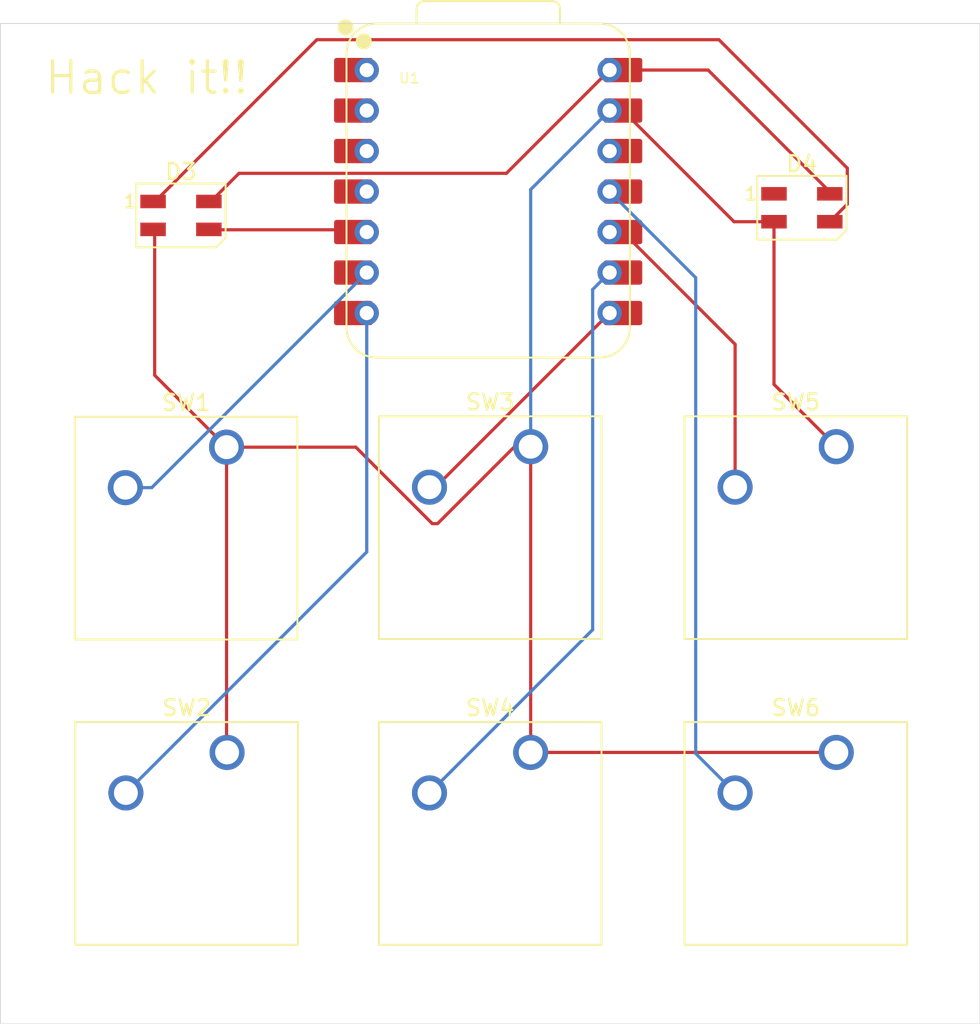
<source format=kicad_pcb>
(kicad_pcb (version 20241229) (generator "pcbnew") (generator_version "9.0")
  (layers (0 "F.Cu" signal) (2 "B.Cu" signal) (13 "F.Paste" user) (15 "B.Paste" user) (5 "F.SilkS" user "F.Silkscreen") (7 "B.SilkS" user "B.Silkscreen") (1 "F.Mask" user) (3 "B.Mask" user) (25 "Edge.Cuts" user))
  (net 0 "")
  (net 1 "Net-(D3-DOUT)")
  (net 2 "Net-(D3-DIN)")
  (net 3 "GND")
  (net 4 "+5V")
  (net 6 "Net-(U1-GPIO1{slash}RX)")
  (net 7 "Net-(U1-GPIO2{slash}SCK)")
  (net 8 "Net-(U1-GPIO4{slash}MISO)")
  (net 9 "Net-(U1-GPIO3{slash}MOSI)")
  (net 13 "Net-(U1-GPIO7{slash}SCL)")
  (net 14 "Net-(U1-GPIO0{slash}TX)")
  (footprint "Button_Switch_Keyboard:SW_Cherry_MX_1.00u_PCB" (layer "F.Cu") (at 174.117 97.536)
    (property "Reference" "SW6" (at -2.54 -2.794 0) (layer "F.SilkS"))
    (property "Value" "SW_Push")
    (fp_line (start -9.525 -1.905) (end 4.445 -1.905) (stroke (width 0.12)) (layer "F.SilkS"))
    (fp_line (start -9.525 12.065) (end -9.525 -1.905) (stroke (width 0.12)) (layer "F.SilkS"))
    (fp_line (start 4.445 -1.905) (end 4.445 12.065) (stroke (width 0.12)) (layer "F.SilkS"))
    (fp_line (start 4.445 12.065) (end -9.525 12.065) (stroke (width 0.12)) (layer "F.SilkS"))
    (pad "" np_thru_hole circle (at -7.62 5.08) (size 1.7 1.7) (drill 1.7) (layers "*.Cu" "*.Mask"))
    (pad "" np_thru_hole circle (at -2.54 5.08) (size 4 4) (drill 4) (layers "*.Cu" "*.Mask"))
    (pad "" np_thru_hole circle (at 2.54 5.08) (size 1.7 1.7) (drill 1.7) (layers "*.Cu" "*.Mask"))
    (pad "1" thru_hole circle (at 0 0) (size 2.2 2.2) (drill 1.5) (layers "*.Cu" "*.Mask") (net 3 "GND"))
    (pad "2" thru_hole circle (at -6.35 2.54) (size 2.2 2.2) (drill 1.5) (layers "*.Cu" "*.Mask") (net 9 "Net-(U1-GPIO3{slash}MOSI)"))
  )
  (footprint "LED_SMD:LED_SK6812MINI_PLCC4_3.5x3.5mm_P1.75mm" (layer "F.Cu") (at 132.997 63.855)
    (property "Reference" "D3" (at 0 -2.75 0) (layer "F.SilkS"))
    (property "Value" "SK6812MINI")
    (fp_line (start -2.8 -2) (end -2.8 2) (stroke (width 0.12)) (layer "F.SilkS"))
    (fp_line (start -2.8 -2) (end 2.8 -2) (stroke (width 0.12)) (layer "F.SilkS"))
    (fp_line (start -2.8 2) (end 2.2 2) (stroke (width 0.12)) (layer "F.SilkS"))
    (fp_line (start 2.8 1.4) (end 2.2 2) (stroke (width 0.12)) (layer "F.SilkS"))
    (fp_line (start 2.8 1.4) (end 2.8 -2) (stroke (width 0.12)) (layer "F.SilkS"))
    (fp_text user "1" (at -3.2 -0.875 0) (layer "F.SilkS") (effects (font (size 0.8 0.8))))
    (pad "1" smd rect (at -1.75 -0.875) (size 1.6 0.85) (layers "F.Cu" "F.Mask" "F.Paste") (net 1 "Net-(D3-DOUT)"))
    (pad "2" smd rect (at -1.75 0.875) (size 1.6 0.85) (layers "F.Cu" "F.Mask" "F.Paste") (net 3 "GND"))
    (pad "3" smd rect (at 1.75 0.875) (size 1.6 0.85) (layers "F.Cu" "F.Mask" "F.Paste") (net 2 "Net-(D3-DIN)"))
    (pad "4" smd rect (at 1.75 -0.875) (size 1.6 0.85) (layers "F.Cu" "F.Mask" "F.Paste") (net 4 "+5V"))
  )
  (footprint "Button_Switch_Keyboard:SW_Cherry_MX_1.00u_PCB" (layer "F.Cu") (at 135.858 78.3885)
    (property "Reference" "SW1" (at -2.54 -2.794 0) (layer "F.SilkS"))
    (property "Value" "SW_Push")
    (fp_line (start -9.525 -1.905) (end 4.445 -1.905) (stroke (width 0.12)) (layer "F.SilkS"))
    (fp_line (start -9.525 12.065) (end -9.525 -1.905) (stroke (width 0.12)) (layer "F.SilkS"))
    (fp_line (start 4.445 -1.905) (end 4.445 12.065) (stroke (width 0.12)) (layer "F.SilkS"))
    (fp_line (start 4.445 12.065) (end -9.525 12.065) (stroke (width 0.12)) (layer "F.SilkS"))
    (pad "" np_thru_hole circle (at -7.62 5.08) (size 1.7 1.7) (drill 1.7) (layers "*.Cu" "*.Mask"))
    (pad "" np_thru_hole circle (at -2.54 5.08) (size 4 4) (drill 4) (layers "*.Cu" "*.Mask"))
    (pad "" np_thru_hole circle (at 2.54 5.08) (size 1.7 1.7) (drill 1.7) (layers "*.Cu" "*.Mask"))
    (pad "1" thru_hole circle (at 0 0) (size 2.2 2.2) (drill 1.5) (layers "*.Cu" "*.Mask") (net 3 "GND"))
    (pad "2" thru_hole circle (at -6.35 2.54) (size 2.2 2.2) (drill 1.5) (layers "*.Cu" "*.Mask") (net 13 "Net-(U1-GPIO7{slash}SCL)"))
  )
  (footprint "Button_Switch_Keyboard:SW_Cherry_MX_1.00u_PCB" (layer "F.Cu") (at 154.94 97.536)
    (property "Reference" "SW4" (at -2.54 -2.794 0) (layer "F.SilkS"))
    (property "Value" "SW_Push")
    (fp_line (start -9.525 -1.905) (end 4.445 -1.905) (stroke (width 0.12)) (layer "F.SilkS"))
    (fp_line (start -9.525 12.065) (end -9.525 -1.905) (stroke (width 0.12)) (layer "F.SilkS"))
    (fp_line (start 4.445 -1.905) (end 4.445 12.065) (stroke (width 0.12)) (layer "F.SilkS"))
    (fp_line (start 4.445 12.065) (end -9.525 12.065) (stroke (width 0.12)) (layer "F.SilkS"))
    (pad "" np_thru_hole circle (at -7.62 5.08) (size 1.7 1.7) (drill 1.7) (layers "*.Cu" "*.Mask"))
    (pad "" np_thru_hole circle (at -2.54 5.08) (size 4 4) (drill 4) (layers "*.Cu" "*.Mask"))
    (pad "" np_thru_hole circle (at 2.54 5.08) (size 1.7 1.7) (drill 1.7) (layers "*.Cu" "*.Mask"))
    (pad "1" thru_hole circle (at 0 0) (size 2.2 2.2) (drill 1.5) (layers "*.Cu" "*.Mask") (net 3 "GND"))
    (pad "2" thru_hole circle (at -6.35 2.54) (size 2.2 2.2) (drill 1.5) (layers "*.Cu" "*.Mask") (net 7 "Net-(U1-GPIO2{slash}SCK)"))
  )
  (footprint "Button_Switch_Keyboard:SW_Cherry_MX_1.00u_PCB" (layer "F.Cu") (at 154.94 78.359)
    (property "Reference" "SW3" (at -2.54 -2.794 0) (layer "F.SilkS"))
    (property "Value" "SW_Push")
    (fp_line (start -9.525 -1.905) (end 4.445 -1.905) (stroke (width 0.12)) (layer "F.SilkS"))
    (fp_line (start -9.525 12.065) (end -9.525 -1.905) (stroke (width 0.12)) (layer "F.SilkS"))
    (fp_line (start 4.445 -1.905) (end 4.445 12.065) (stroke (width 0.12)) (layer "F.SilkS"))
    (fp_line (start 4.445 12.065) (end -9.525 12.065) (stroke (width 0.12)) (layer "F.SilkS"))
    (pad "" np_thru_hole circle (at -7.62 5.08) (size 1.7 1.7) (drill 1.7) (layers "*.Cu" "*.Mask"))
    (pad "" np_thru_hole circle (at -2.54 5.08) (size 4 4) (drill 4) (layers "*.Cu" "*.Mask"))
    (pad "" np_thru_hole circle (at 2.54 5.08) (size 1.7 1.7) (drill 1.7) (layers "*.Cu" "*.Mask"))
    (pad "1" thru_hole circle (at 0 0) (size 2.2 2.2) (drill 1.5) (layers "*.Cu" "*.Mask") (net 3 "GND"))
    (pad "2" thru_hole circle (at -6.35 2.54) (size 2.2 2.2) (drill 1.5) (layers "*.Cu" "*.Mask") (net 6 "Net-(U1-GPIO1{slash}RX)"))
  )
  (footprint "LED_SMD:LED_SK6812MINI_PLCC4_3.5x3.5mm_P1.75mm" (layer "F.Cu") (at 171.958 63.373)
    (property "Reference" "D4" (at 0 -2.75 0) (layer "F.SilkS"))
    (property "Value" "SK6812MINI")
    (fp_line (start -2.8 -2) (end -2.8 2) (stroke (width 0.12)) (layer "F.SilkS"))
    (fp_line (start -2.8 -2) (end 2.8 -2) (stroke (width 0.12)) (layer "F.SilkS"))
    (fp_line (start -2.8 2) (end 2.2 2) (stroke (width 0.12)) (layer "F.SilkS"))
    (fp_line (start 2.8 1.4) (end 2.2 2) (stroke (width 0.12)) (layer "F.SilkS"))
    (fp_line (start 2.8 1.4) (end 2.8 -2) (stroke (width 0.12)) (layer "F.SilkS"))
    (fp_text user "1" (at -3.2 -0.875 0) (layer "F.SilkS") (effects (font (size 0.8 0.8))))
    (pad "1" smd rect (at -1.75 -0.875) (size 1.6 0.85) (layers "F.Cu" "F.Mask" "F.Paste"))
    (pad "2" smd rect (at -1.75 0.875) (size 1.6 0.85) (layers "F.Cu" "F.Mask" "F.Paste") (net 3 "GND"))
    (pad "3" smd rect (at 1.75 0.875) (size 1.6 0.85) (layers "F.Cu" "F.Mask" "F.Paste") (net 1 "Net-(D3-DOUT)"))
    (pad "4" smd rect (at 1.75 -0.875) (size 1.6 0.85) (layers "F.Cu" "F.Mask" "F.Paste") (net 4 "+5V"))
  )
  (footprint "OPL:XIAO-RP2040-DIP" (layer "F.Cu") (at 152.273 62.357)
    (property "Reference" "U1" (at -4.953 -7.112 0) (layer "F.SilkS") (effects (font (size 0.635 0.635) (thickness 0.1016))))
    (property "Value" "XIAO-RP2040-DIP")
    (fp_line (start -8.89 8.509) (end -8.89 -8.636) (stroke (width 0.127)) (layer "F.SilkS"))
    (fp_line (start -6.985 10.414) (end 6.985 10.414) (stroke (width 0.127)) (layer "F.SilkS"))
    (fp_line (start -4.495 -10.541) (end -4.491272 -11.451272) (stroke (width 0.127)) (layer "F.SilkS"))
    (fp_line (start -3.991272 -11.951) (end 4.004 -11.951) (stroke (width 0.127)) (layer "F.SilkS"))
    (fp_line (start 4.504 -11.451) (end 4.504 -10.541) (stroke (width 0.127)) (layer "F.SilkS"))
    (fp_line (start 6.985 -10.541) (end -6.985 -10.541) (stroke (width 0.1)) (layer "F.SilkS"))
    (fp_line (start 6.985 -10.541) (end -6.985 -10.541) (stroke (width 0.127)) (layer "F.SilkS"))
    (fp_line (start 8.89 8.509) (end 8.89 -8.636) (stroke (width 0.127)) (layer "F.SilkS"))
    (fp_arc (start -8.89 -8.636) (mid -8.332038 -9.983038) (end -6.985 -10.541) (stroke (width 0.127)) (layer "F.SilkS"))
    (fp_arc (start -6.985 10.414) (mid -8.332038 9.856038) (end -8.89 8.509) (stroke (width 0.127)) (layer "F.SilkS"))
    (fp_arc (start -4.491272 -11.451272) (mid -4.344728 -11.80464) (end -3.991272 -11.951) (stroke (width 0.127)) (layer "F.SilkS"))
    (fp_arc (start 4.004 -11.951) (mid 4.357553 -11.804553) (end 4.504 -11.451) (stroke (width 0.127)) (layer "F.SilkS"))
    (fp_arc (start 6.985 -10.541) (mid 8.332038 -9.983038) (end 8.89 -8.636) (stroke (width 0.127)) (layer "F.SilkS"))
    (fp_arc (start 8.89 8.509) (mid 8.332038 9.856038) (end 6.985 10.414) (stroke (width 0.127)) (layer "F.SilkS"))
    (fp_circle (center -8.95 -10.3) (end -8.95 -10.554) (stroke (width 0.5)) (fill yes) (layer "F.SilkS"))
    (fp_circle (center -7.807 -9.42) (end -7.807 -9.674) (stroke (width 0.5)) (fill yes) (layer "F.SilkS"))
    (pad "1" smd roundrect (at -8.455 -7.62 180) (size 2.432 1.524) (layers "F.Cu" "F.Mask") (roundrect_rratio 0.1))
    (pad "1" thru_hole circle (at -7.62 -7.62 180) (size 1.524 1.524) (drill 0.889) (layers "*.Cu" "*.Mask"))
    (pad "2" smd roundrect (at -8.455 -5.08 180) (size 2.432 1.524) (layers "F.Cu" "F.Mask") (roundrect_rratio 0.1))
    (pad "2" thru_hole circle (at -7.62 -5.08 180) (size 1.524 1.524) (drill 0.889) (layers "*.Cu" "*.Mask"))
    (pad "3" smd roundrect (at -8.455 -2.54 180) (size 2.432 1.524) (layers "F.Cu" "F.Mask") (roundrect_rratio 0.1))
    (pad "3" thru_hole circle (at -7.62 -2.54 180) (size 1.524 1.524) (drill 0.889) (layers "*.Cu" "*.Mask"))
    (pad "4" smd roundrect (at -8.455 0 180) (size 2.432 1.524) (layers "F.Cu" "F.Mask") (roundrect_rratio 0.1))
    (pad "4" thru_hole circle (at -7.62 0 180) (size 1.524 1.524) (drill 0.889) (layers "*.Cu" "*.Mask"))
    (pad "5" smd roundrect (at -8.455 2.54 180) (size 2.432 1.524) (layers "F.Cu" "F.Mask") (roundrect_rratio 0.1) (net 2 "Net-(D3-DIN)"))
    (pad "5" thru_hole circle (at -7.62 2.54 180) (size 1.524 1.524) (drill 0.889) (layers "*.Cu" "*.Mask") (net 2 "Net-(D3-DIN)"))
    (pad "6" smd roundrect (at -8.455 5.08 180) (size 2.432 1.524) (layers "F.Cu" "F.Mask") (roundrect_rratio 0.1) (net 13 "Net-(U1-GPIO7{slash}SCL)"))
    (pad "6" thru_hole circle (at -7.62 5.08 180) (size 1.524 1.524) (drill 0.889) (layers "*.Cu" "*.Mask") (net 13 "Net-(U1-GPIO7{slash}SCL)"))
    (pad "7" smd roundrect (at -8.455 7.62 180) (size 2.432 1.524) (layers "F.Cu" "F.Mask") (roundrect_rratio 0.1) (net 14 "Net-(U1-GPIO0{slash}TX)"))
    (pad "7" thru_hole circle (at -7.62 7.62 180) (size 1.524 1.524) (drill 0.889) (layers "*.Cu" "*.Mask") (net 14 "Net-(U1-GPIO0{slash}TX)"))
    (pad "8" thru_hole circle (at 7.62 7.62) (size 1.524 1.524) (drill 0.889) (layers "*.Cu" "*.Mask") (net 6 "Net-(U1-GPIO1{slash}RX)"))
    (pad "8" smd roundrect (at 8.455 7.62) (size 2.432 1.524) (layers "F.Cu" "F.Mask") (roundrect_rratio 0.1) (net 6 "Net-(U1-GPIO1{slash}RX)"))
    (pad "9" thru_hole circle (at 7.62 5.08) (size 1.524 1.524) (drill 0.889) (layers "*.Cu" "*.Mask") (net 7 "Net-(U1-GPIO2{slash}SCK)"))
    (pad "9" smd roundrect (at 8.455 5.08) (size 2.432 1.524) (layers "F.Cu" "F.Mask") (roundrect_rratio 0.1) (net 7 "Net-(U1-GPIO2{slash}SCK)"))
    (pad "10" thru_hole circle (at 7.62 2.54) (size 1.524 1.524) (drill 0.889) (layers "*.Cu" "*.Mask") (net 8 "Net-(U1-GPIO4{slash}MISO)"))
    (pad "10" smd roundrect (at 8.455 2.54) (size 2.432 1.524) (layers "F.Cu" "F.Mask") (roundrect_rratio 0.1) (net 8 "Net-(U1-GPIO4{slash}MISO)"))
    (pad "11" thru_hole circle (at 7.62 0) (size 1.524 1.524) (drill 0.889) (layers "*.Cu" "*.Mask") (net 9 "Net-(U1-GPIO3{slash}MOSI)"))
    (pad "11" smd roundrect (at 8.455 0) (size 2.432 1.524) (layers "F.Cu" "F.Mask") (roundrect_rratio 0.1) (net 9 "Net-(U1-GPIO3{slash}MOSI)"))
    (pad "12" thru_hole circle (at 7.62 -2.54) (size 1.524 1.524) (drill 0.889) (layers "*.Cu" "*.Mask"))
    (pad "12" smd roundrect (at 8.455 -2.54) (size 2.432 1.524) (layers "F.Cu" "F.Mask") (roundrect_rratio 0.1))
    (pad "13" thru_hole circle (at 7.62 -5.08) (size 1.524 1.524) (drill 0.889) (layers "*.Cu" "*.Mask") (net 3 "GND"))
    (pad "13" smd roundrect (at 8.455 -5.08) (size 2.432 1.524) (layers "F.Cu" "F.Mask") (roundrect_rratio 0.1) (net 3 "GND"))
    (pad "14" thru_hole circle (at 7.62 -7.62) (size 1.524 1.524) (drill 0.889) (layers "*.Cu" "*.Mask") (net 4 "+5V"))
    (pad "14" smd roundrect (at 8.455 -7.62) (size 2.432 1.524) (layers "F.Cu" "F.Mask") (roundrect_rratio 0.1) (net 4 "+5V"))
  )
  (footprint "Button_Switch_Keyboard:SW_Cherry_MX_1.00u_PCB" (layer "F.Cu") (at 174.117 78.359)
    (property "Reference" "SW5" (at -2.54 -2.794 0) (layer "F.SilkS"))
    (property "Value" "SW_Push")
    (fp_line (start -9.525 -1.905) (end 4.445 -1.905) (stroke (width 0.12)) (layer "F.SilkS"))
    (fp_line (start -9.525 12.065) (end -9.525 -1.905) (stroke (width 0.12)) (layer "F.SilkS"))
    (fp_line (start 4.445 -1.905) (end 4.445 12.065) (stroke (width 0.12)) (layer "F.SilkS"))
    (fp_line (start 4.445 12.065) (end -9.525 12.065) (stroke (width 0.12)) (layer "F.SilkS"))
    (pad "" np_thru_hole circle (at -7.62 5.08) (size 1.7 1.7) (drill 1.7) (layers "*.Cu" "*.Mask"))
    (pad "" np_thru_hole circle (at -2.54 5.08) (size 4 4) (drill 4) (layers "*.Cu" "*.Mask"))
    (pad "" np_thru_hole circle (at 2.54 5.08) (size 1.7 1.7) (drill 1.7) (layers "*.Cu" "*.Mask"))
    (pad "1" thru_hole circle (at 0 0) (size 2.2 2.2) (drill 1.5) (layers "*.Cu" "*.Mask") (net 3 "GND"))
    (pad "2" thru_hole circle (at -6.35 2.54) (size 2.2 2.2) (drill 1.5) (layers "*.Cu" "*.Mask") (net 8 "Net-(U1-GPIO4{slash}MISO)"))
  )
  (footprint "Button_Switch_Keyboard:SW_Cherry_MX_1.00u_PCB" (layer "F.Cu") (at 135.89 97.536)
    (property "Reference" "SW2" (at -2.54 -2.794 0) (layer "F.SilkS"))
    (property "Value" "SW_Push")
    (fp_line (start -9.525 -1.905) (end 4.445 -1.905) (stroke (width 0.12)) (layer "F.SilkS"))
    (fp_line (start -9.525 12.065) (end -9.525 -1.905) (stroke (width 0.12)) (layer "F.SilkS"))
    (fp_line (start 4.445 -1.905) (end 4.445 12.065) (stroke (width 0.12)) (layer "F.SilkS"))
    (fp_line (start 4.445 12.065) (end -9.525 12.065) (stroke (width 0.12)) (layer "F.SilkS"))
    (pad "" np_thru_hole circle (at -7.62 5.08) (size 1.7 1.7) (drill 1.7) (layers "*.Cu" "*.Mask"))
    (pad "" np_thru_hole circle (at -2.54 5.08) (size 4 4) (drill 4) (layers "*.Cu" "*.Mask"))
    (pad "" np_thru_hole circle (at 2.54 5.08) (size 1.7 1.7) (drill 1.7) (layers "*.Cu" "*.Mask"))
    (pad "1" thru_hole circle (at 0 0) (size 2.2 2.2) (drill 1.5) (layers "*.Cu" "*.Mask") (net 3 "GND"))
    (pad "2" thru_hole circle (at -6.35 2.54) (size 2.2 2.2) (drill 1.5) (layers "*.Cu" "*.Mask") (net 14 "Net-(U1-GPIO0{slash}TX)"))
  )
  (gr_rect (start 121.666 51.816) (end 183.134 114.554) (stroke (width 0.05)) (fill no) (layer "Edge.Cuts"))
  (gr_text "Hack it!!" (at 124.333 56.388 0) (layer "F.SilkS") (effects (font (size 2 2) (thickness 0.2)) (justify left bottom)))
  (segment (start 174.809 60.89) (end 174.809 63.147) (width 0.2) (layer "F.Cu") (net 1))
  (segment (start 141.52 52.832) (end 166.751 52.832) (width 0.2) (layer "F.Cu") (net 1))
  (segment (start 174.809 63.147) (end 173.708 64.248) (width 0.2) (layer "F.Cu") (net 1))
  (segment (start 131.346 63.006) (end 141.52 52.832) (width 0.2) (layer "F.Cu") (net 1))
  (segment (start 166.751 52.832) (end 174.809 60.89) (width 0.2) (layer "F.Cu") (net 1))
  (segment (start 134.846 64.756) (end 144.512 64.756) (width 0.2) (layer "F.Cu") (net 2))
  (segment (start 144.512 64.756) (end 144.653 64.897) (width 0.2) (layer "F.Cu") (net 2))
  (segment (start 131.346 73.8765) (end 135.858 78.3885) (width 0.2) (layer "F.Cu") (net 3))
  (segment (start 170.208 64.248) (end 167.699 64.248) (width 0.2) (layer "F.Cu") (net 3))
  (segment (start 135.858 78.3885) (end 143.96797 78.3885) (width 0.2) (layer "F.Cu") (net 3))
  (segment (start 131.346 64.756) (end 131.346 73.8765) (width 0.2) (layer "F.Cu") (net 3))
  (segment (start 143.96797 78.3885) (end 148.76447 83.185) (width 0.2) (layer "F.Cu") (net 3))
  (segment (start 154.94 78.359) (end 154.94 97.536) (width 0.2) (layer "F.Cu") (net 3))
  (segment (start 174.117 97.536) (end 154.94 97.536) (width 0.2) (layer "F.Cu") (net 3))
  (segment (start 149.098 83.185) (end 153.924 78.359) (width 0.2) (layer "F.Cu") (net 3))
  (segment (start 170.208 64.121) (end 170.208 64.29) (width 0.2) (layer "F.Cu") (net 3))
  (segment (start 170.208 64.248) (end 170.208 74.45) (width 0.2) (layer "F.Cu") (net 3))
  (segment (start 153.924 78.359) (end 154.94 78.359) (width 0.2) (layer "F.Cu") (net 3))
  (segment (start 148.76447 83.185) (end 149.098 83.185) (width 0.2) (layer "F.Cu") (net 3))
  (segment (start 135.858 78.3885) (end 135.858 97.504) (width 0.2) (layer "F.Cu") (net 3))
  (segment (start 135.858 97.504) (end 135.89 97.536) (width 0.2) (layer "F.Cu") (net 3))
  (segment (start 167.699 64.248) (end 160.728 57.277) (width 0.2) (layer "F.Cu") (net 3))
  (segment (start 170.208 74.45) (end 174.117 78.359) (width 0.2) (layer "F.Cu") (net 3))
  (segment (start 154.94 62.23) (end 154.94 78.359) (width 0.2) (layer "B.Cu") (net 3))
  (segment (start 159.893 57.277) (end 154.94 62.23) (width 0.2) (layer "B.Cu") (net 3))
  (segment (start 166.074 54.737) (end 160.728 54.737) (width 0.2) (layer "F.Cu") (net 4))
  (segment (start 173.708 62.498) (end 173.708 62.371) (width 0.2) (layer "F.Cu") (net 4))
  (segment (start 173.708 62.371) (end 166.074 54.737) (width 0.2) (layer "F.Cu") (net 4))
  (segment (start 136.638 61.214) (end 153.416 61.214) (width 0.2) (layer "F.Cu") (net 4))
  (segment (start 134.846 63.006) (end 136.638 61.214) (width 0.2) (layer "F.Cu") (net 4))
  (segment (start 159.893 54.737) (end 153.416 61.214) (width 0.2) (layer "F.Cu") (net 4))
  (segment (start 148.971 80.899) (end 148.59 80.899) (width 0.2) (layer "F.Cu") (net 6))
  (segment (start 159.893 69.977) (end 148.971 80.899) (width 0.2) (layer "F.Cu") (net 6))
  (segment (start 158.83 68.5) (end 158.83 89.836) (width 0.2) (layer "B.Cu") (net 7))
  (segment (start 158.83 89.836) (end 148.59 100.076) (width 0.2) (layer "B.Cu") (net 7))
  (segment (start 159.893 67.437) (end 158.83 68.5) (width 0.2) (layer "B.Cu") (net 7))
  (segment (start 167.767 71.936) (end 160.728 64.897) (width 0.2) (layer "F.Cu") (net 8))
  (segment (start 167.767 80.899) (end 167.767 71.936) (width 0.2) (layer "F.Cu") (net 8))
  (segment (start 165.296 97.605) (end 167.767 100.076) (width 0.2) (layer "B.Cu") (net 9))
  (segment (start 159.893 62.357) (end 165.296 67.76) (width 0.2) (layer "B.Cu") (net 9))
  (segment (start 165.296 67.76) (end 165.296 97.605) (width 0.2) (layer "B.Cu") (net 9))
  (segment (start 129.508 80.9285) (end 131.1615 80.9285) (width 0.2) (layer "B.Cu") (net 13))
  (segment (start 131.1615 80.9285) (end 144.653 67.437) (width 0.2) (layer "B.Cu") (net 13))
  (segment (start 144.653 84.963) (end 144.653 69.977) (width 0.2) (layer "B.Cu") (net 14))
  (segment (start 129.54 100.076) (end 144.653 84.963) (width 0.2) (layer "B.Cu") (net 14))
)
</source>
